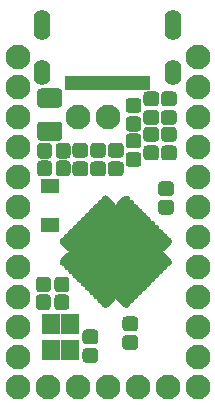
<source format=gts>
G04 #@! TF.GenerationSoftware,KiCad,Pcbnew,(5.1.6)-1*
G04 #@! TF.CreationDate,2020-10-17T23:14:51+08:00*
G04 #@! TF.ProjectId,Alvaro,416c7661-726f-42e6-9b69-6361645f7063,C*
G04 #@! TF.SameCoordinates,Original*
G04 #@! TF.FileFunction,Soldermask,Top*
G04 #@! TF.FilePolarity,Negative*
%FSLAX46Y46*%
G04 Gerber Fmt 4.6, Leading zero omitted, Abs format (unit mm)*
G04 Created by KiCad (PCBNEW (5.1.6)-1) date 2020-10-17 23:14:51*
%MOMM*%
%LPD*%
G01*
G04 APERTURE LIST*
%ADD10R,0.700000X1.200000*%
%ADD11C,1.400000*%
%ADD12R,0.940000X1.200000*%
%ADD13R,1.600000X1.300000*%
%ADD14C,2.100000*%
%ADD15C,0.100000*%
%ADD16R,1.600000X1.800000*%
G04 APERTURE END LIST*
G36*
G01*
X26875000Y-36393750D02*
X26875000Y-37106250D01*
G75*
G02*
X26556250Y-37425000I-318750J0D01*
G01*
X25918750Y-37425000D01*
G75*
G02*
X25600000Y-37106250I0J318750D01*
G01*
X25600000Y-36393750D01*
G75*
G02*
X25918750Y-36075000I318750J0D01*
G01*
X26556250Y-36075000D01*
G75*
G02*
X26875000Y-36393750I0J-318750D01*
G01*
G37*
G36*
G01*
X25300000Y-36393750D02*
X25300000Y-37106250D01*
G75*
G02*
X24981250Y-37425000I-318750J0D01*
G01*
X24343750Y-37425000D01*
G75*
G02*
X24025000Y-37106250I0J318750D01*
G01*
X24025000Y-36393750D01*
G75*
G02*
X24343750Y-36075000I318750J0D01*
G01*
X24981250Y-36075000D01*
G75*
G02*
X25300000Y-36393750I0J-318750D01*
G01*
G37*
G36*
G01*
X35556250Y-34500000D02*
X34843750Y-34500000D01*
G75*
G02*
X34525000Y-34181250I0J318750D01*
G01*
X34525000Y-33543750D01*
G75*
G02*
X34843750Y-33225000I318750J0D01*
G01*
X35556250Y-33225000D01*
G75*
G02*
X35875000Y-33543750I0J-318750D01*
G01*
X35875000Y-34181250D01*
G75*
G02*
X35556250Y-34500000I-318750J0D01*
G01*
G37*
G36*
G01*
X35556250Y-36075000D02*
X34843750Y-36075000D01*
G75*
G02*
X34525000Y-35756250I0J318750D01*
G01*
X34525000Y-35118750D01*
G75*
G02*
X34843750Y-34800000I318750J0D01*
G01*
X35556250Y-34800000D01*
G75*
G02*
X35875000Y-35118750I0J-318750D01*
G01*
X35875000Y-35756250D01*
G75*
G02*
X35556250Y-36075000I-318750J0D01*
G01*
G37*
G36*
G01*
X25845000Y-31625000D02*
X24355000Y-31625000D01*
G75*
G02*
X24025000Y-31295000I0J330000D01*
G01*
X24025000Y-30305000D01*
G75*
G02*
X24355000Y-29975000I330000J0D01*
G01*
X25845000Y-29975000D01*
G75*
G02*
X26175000Y-30305000I0J-330000D01*
G01*
X26175000Y-31295000D01*
G75*
G02*
X25845000Y-31625000I-330000J0D01*
G01*
G37*
G36*
G01*
X25845000Y-34425000D02*
X24355000Y-34425000D01*
G75*
G02*
X24025000Y-34095000I0J330000D01*
G01*
X24025000Y-33105000D01*
G75*
G02*
X24355000Y-32775000I330000J0D01*
G01*
X25845000Y-32775000D01*
G75*
G02*
X26175000Y-33105000I0J-330000D01*
G01*
X26175000Y-34095000D01*
G75*
G02*
X25845000Y-34425000I-330000J0D01*
G01*
G37*
D10*
X31758000Y-29500000D03*
X28750000Y-29500000D03*
D11*
X24424400Y-23973200D03*
X24424700Y-24252600D03*
X24424700Y-24557400D03*
X24424700Y-24900300D03*
X24424700Y-25192400D03*
X35575300Y-24570100D03*
X35575300Y-24265300D03*
X35575000Y-23985900D03*
X35575300Y-25205100D03*
X35575300Y-24913000D03*
X35575300Y-28735700D03*
X35575600Y-28219000D03*
X35575600Y-28981000D03*
X35575600Y-28481700D03*
X24425000Y-28481700D03*
X24425000Y-28981000D03*
X24425000Y-28219000D03*
X24424700Y-28735700D03*
D12*
X26800000Y-29500000D03*
X33200000Y-29500000D03*
X32400000Y-29500000D03*
X27600000Y-29500000D03*
D10*
X29250000Y-29500000D03*
X30750000Y-29500000D03*
X29750000Y-29500000D03*
X30250000Y-29500000D03*
X31250000Y-29500000D03*
X28250000Y-29500000D03*
D13*
X25100000Y-38200000D03*
X25100000Y-41500000D03*
D14*
X24920000Y-55240000D03*
X27460000Y-55240000D03*
X30000000Y-55240000D03*
X32540000Y-55240000D03*
X35080000Y-55240000D03*
X22380000Y-27300000D03*
X22380000Y-29840000D03*
X22380000Y-32380000D03*
X22380000Y-34920000D03*
X22380000Y-37460000D03*
X22380000Y-40000000D03*
X22380000Y-42540000D03*
X22380000Y-45080000D03*
X22380000Y-47620000D03*
X22380000Y-50160000D03*
X22380000Y-52700000D03*
X22380000Y-55240000D03*
X37620000Y-55240000D03*
X37620000Y-52700000D03*
X37620000Y-50160000D03*
X37620000Y-47620000D03*
X37620000Y-45080000D03*
X37620000Y-42540000D03*
X37620000Y-40000000D03*
X37620000Y-37460000D03*
X37620000Y-34920000D03*
X37620000Y-32380000D03*
X37620000Y-29840000D03*
X37620000Y-27300000D03*
X30000000Y-32380000D03*
X27460000Y-32380000D03*
D15*
G36*
X26740202Y-43800000D02*
G01*
X30700000Y-39840202D01*
X34659798Y-43800000D01*
X30700000Y-47759798D01*
X26740202Y-43800000D01*
G37*
G36*
G01*
X30770711Y-40193755D02*
X30770711Y-40193755D01*
G75*
G02*
X30770711Y-39698781I247487J247487D01*
G01*
X31336397Y-39133095D01*
G75*
G02*
X31831371Y-39133095I247487J-247487D01*
G01*
X31831371Y-39133095D01*
G75*
G02*
X31831371Y-39628069I-247487J-247487D01*
G01*
X31265685Y-40193755D01*
G75*
G02*
X30770711Y-40193755I-247487J247487D01*
G01*
G37*
G36*
G01*
X31124264Y-40547309D02*
X31124264Y-40547309D01*
G75*
G02*
X31124264Y-40052335I247487J247487D01*
G01*
X31689950Y-39486649D01*
G75*
G02*
X32184924Y-39486649I247487J-247487D01*
G01*
X32184924Y-39486649D01*
G75*
G02*
X32184924Y-39981623I-247487J-247487D01*
G01*
X31619238Y-40547309D01*
G75*
G02*
X31124264Y-40547309I-247487J247487D01*
G01*
G37*
G36*
G01*
X31477818Y-40900862D02*
X31477818Y-40900862D01*
G75*
G02*
X31477818Y-40405888I247487J247487D01*
G01*
X32043504Y-39840202D01*
G75*
G02*
X32538478Y-39840202I247487J-247487D01*
G01*
X32538478Y-39840202D01*
G75*
G02*
X32538478Y-40335176I-247487J-247487D01*
G01*
X31972792Y-40900862D01*
G75*
G02*
X31477818Y-40900862I-247487J247487D01*
G01*
G37*
G36*
G01*
X31831371Y-41254416D02*
X31831371Y-41254416D01*
G75*
G02*
X31831371Y-40759442I247487J247487D01*
G01*
X32397057Y-40193756D01*
G75*
G02*
X32892031Y-40193756I247487J-247487D01*
G01*
X32892031Y-40193756D01*
G75*
G02*
X32892031Y-40688730I-247487J-247487D01*
G01*
X32326345Y-41254416D01*
G75*
G02*
X31831371Y-41254416I-247487J247487D01*
G01*
G37*
G36*
G01*
X32184924Y-41607969D02*
X32184924Y-41607969D01*
G75*
G02*
X32184924Y-41112995I247487J247487D01*
G01*
X32750610Y-40547309D01*
G75*
G02*
X33245584Y-40547309I247487J-247487D01*
G01*
X33245584Y-40547309D01*
G75*
G02*
X33245584Y-41042283I-247487J-247487D01*
G01*
X32679898Y-41607969D01*
G75*
G02*
X32184924Y-41607969I-247487J247487D01*
G01*
G37*
G36*
G01*
X32538478Y-41961522D02*
X32538478Y-41961522D01*
G75*
G02*
X32538478Y-41466548I247487J247487D01*
G01*
X33104164Y-40900862D01*
G75*
G02*
X33599138Y-40900862I247487J-247487D01*
G01*
X33599138Y-40900862D01*
G75*
G02*
X33599138Y-41395836I-247487J-247487D01*
G01*
X33033452Y-41961522D01*
G75*
G02*
X32538478Y-41961522I-247487J247487D01*
G01*
G37*
G36*
G01*
X32892031Y-42315076D02*
X32892031Y-42315076D01*
G75*
G02*
X32892031Y-41820102I247487J247487D01*
G01*
X33457717Y-41254416D01*
G75*
G02*
X33952691Y-41254416I247487J-247487D01*
G01*
X33952691Y-41254416D01*
G75*
G02*
X33952691Y-41749390I-247487J-247487D01*
G01*
X33387005Y-42315076D01*
G75*
G02*
X32892031Y-42315076I-247487J247487D01*
G01*
G37*
G36*
G01*
X33245584Y-42668629D02*
X33245584Y-42668629D01*
G75*
G02*
X33245584Y-42173655I247487J247487D01*
G01*
X33811270Y-41607969D01*
G75*
G02*
X34306244Y-41607969I247487J-247487D01*
G01*
X34306244Y-41607969D01*
G75*
G02*
X34306244Y-42102943I-247487J-247487D01*
G01*
X33740558Y-42668629D01*
G75*
G02*
X33245584Y-42668629I-247487J247487D01*
G01*
G37*
G36*
G01*
X33599138Y-43022182D02*
X33599138Y-43022182D01*
G75*
G02*
X33599138Y-42527208I247487J247487D01*
G01*
X34164824Y-41961522D01*
G75*
G02*
X34659798Y-41961522I247487J-247487D01*
G01*
X34659798Y-41961522D01*
G75*
G02*
X34659798Y-42456496I-247487J-247487D01*
G01*
X34094112Y-43022182D01*
G75*
G02*
X33599138Y-43022182I-247487J247487D01*
G01*
G37*
G36*
G01*
X33952691Y-43375736D02*
X33952691Y-43375736D01*
G75*
G02*
X33952691Y-42880762I247487J247487D01*
G01*
X34518377Y-42315076D01*
G75*
G02*
X35013351Y-42315076I247487J-247487D01*
G01*
X35013351Y-42315076D01*
G75*
G02*
X35013351Y-42810050I-247487J-247487D01*
G01*
X34447665Y-43375736D01*
G75*
G02*
X33952691Y-43375736I-247487J247487D01*
G01*
G37*
G36*
G01*
X34306245Y-43729289D02*
X34306245Y-43729289D01*
G75*
G02*
X34306245Y-43234315I247487J247487D01*
G01*
X34871931Y-42668629D01*
G75*
G02*
X35366905Y-42668629I247487J-247487D01*
G01*
X35366905Y-42668629D01*
G75*
G02*
X35366905Y-43163603I-247487J-247487D01*
G01*
X34801219Y-43729289D01*
G75*
G02*
X34306245Y-43729289I-247487J247487D01*
G01*
G37*
G36*
G01*
X34306245Y-43870711D02*
X34306245Y-43870711D01*
G75*
G02*
X34801219Y-43870711I247487J-247487D01*
G01*
X35366905Y-44436397D01*
G75*
G02*
X35366905Y-44931371I-247487J-247487D01*
G01*
X35366905Y-44931371D01*
G75*
G02*
X34871931Y-44931371I-247487J247487D01*
G01*
X34306245Y-44365685D01*
G75*
G02*
X34306245Y-43870711I247487J247487D01*
G01*
G37*
G36*
G01*
X33952691Y-44224264D02*
X33952691Y-44224264D01*
G75*
G02*
X34447665Y-44224264I247487J-247487D01*
G01*
X35013351Y-44789950D01*
G75*
G02*
X35013351Y-45284924I-247487J-247487D01*
G01*
X35013351Y-45284924D01*
G75*
G02*
X34518377Y-45284924I-247487J247487D01*
G01*
X33952691Y-44719238D01*
G75*
G02*
X33952691Y-44224264I247487J247487D01*
G01*
G37*
G36*
G01*
X33599138Y-44577818D02*
X33599138Y-44577818D01*
G75*
G02*
X34094112Y-44577818I247487J-247487D01*
G01*
X34659798Y-45143504D01*
G75*
G02*
X34659798Y-45638478I-247487J-247487D01*
G01*
X34659798Y-45638478D01*
G75*
G02*
X34164824Y-45638478I-247487J247487D01*
G01*
X33599138Y-45072792D01*
G75*
G02*
X33599138Y-44577818I247487J247487D01*
G01*
G37*
G36*
G01*
X33245584Y-44931371D02*
X33245584Y-44931371D01*
G75*
G02*
X33740558Y-44931371I247487J-247487D01*
G01*
X34306244Y-45497057D01*
G75*
G02*
X34306244Y-45992031I-247487J-247487D01*
G01*
X34306244Y-45992031D01*
G75*
G02*
X33811270Y-45992031I-247487J247487D01*
G01*
X33245584Y-45426345D01*
G75*
G02*
X33245584Y-44931371I247487J247487D01*
G01*
G37*
G36*
G01*
X32892031Y-45284924D02*
X32892031Y-45284924D01*
G75*
G02*
X33387005Y-45284924I247487J-247487D01*
G01*
X33952691Y-45850610D01*
G75*
G02*
X33952691Y-46345584I-247487J-247487D01*
G01*
X33952691Y-46345584D01*
G75*
G02*
X33457717Y-46345584I-247487J247487D01*
G01*
X32892031Y-45779898D01*
G75*
G02*
X32892031Y-45284924I247487J247487D01*
G01*
G37*
G36*
G01*
X32538478Y-45638478D02*
X32538478Y-45638478D01*
G75*
G02*
X33033452Y-45638478I247487J-247487D01*
G01*
X33599138Y-46204164D01*
G75*
G02*
X33599138Y-46699138I-247487J-247487D01*
G01*
X33599138Y-46699138D01*
G75*
G02*
X33104164Y-46699138I-247487J247487D01*
G01*
X32538478Y-46133452D01*
G75*
G02*
X32538478Y-45638478I247487J247487D01*
G01*
G37*
G36*
G01*
X32184924Y-45992031D02*
X32184924Y-45992031D01*
G75*
G02*
X32679898Y-45992031I247487J-247487D01*
G01*
X33245584Y-46557717D01*
G75*
G02*
X33245584Y-47052691I-247487J-247487D01*
G01*
X33245584Y-47052691D01*
G75*
G02*
X32750610Y-47052691I-247487J247487D01*
G01*
X32184924Y-46487005D01*
G75*
G02*
X32184924Y-45992031I247487J247487D01*
G01*
G37*
G36*
G01*
X31831371Y-46345584D02*
X31831371Y-46345584D01*
G75*
G02*
X32326345Y-46345584I247487J-247487D01*
G01*
X32892031Y-46911270D01*
G75*
G02*
X32892031Y-47406244I-247487J-247487D01*
G01*
X32892031Y-47406244D01*
G75*
G02*
X32397057Y-47406244I-247487J247487D01*
G01*
X31831371Y-46840558D01*
G75*
G02*
X31831371Y-46345584I247487J247487D01*
G01*
G37*
G36*
G01*
X31477818Y-46699138D02*
X31477818Y-46699138D01*
G75*
G02*
X31972792Y-46699138I247487J-247487D01*
G01*
X32538478Y-47264824D01*
G75*
G02*
X32538478Y-47759798I-247487J-247487D01*
G01*
X32538478Y-47759798D01*
G75*
G02*
X32043504Y-47759798I-247487J247487D01*
G01*
X31477818Y-47194112D01*
G75*
G02*
X31477818Y-46699138I247487J247487D01*
G01*
G37*
G36*
G01*
X31124264Y-47052691D02*
X31124264Y-47052691D01*
G75*
G02*
X31619238Y-47052691I247487J-247487D01*
G01*
X32184924Y-47618377D01*
G75*
G02*
X32184924Y-48113351I-247487J-247487D01*
G01*
X32184924Y-48113351D01*
G75*
G02*
X31689950Y-48113351I-247487J247487D01*
G01*
X31124264Y-47547665D01*
G75*
G02*
X31124264Y-47052691I247487J247487D01*
G01*
G37*
G36*
G01*
X30770711Y-47406245D02*
X30770711Y-47406245D01*
G75*
G02*
X31265685Y-47406245I247487J-247487D01*
G01*
X31831371Y-47971931D01*
G75*
G02*
X31831371Y-48466905I-247487J-247487D01*
G01*
X31831371Y-48466905D01*
G75*
G02*
X31336397Y-48466905I-247487J247487D01*
G01*
X30770711Y-47901219D01*
G75*
G02*
X30770711Y-47406245I247487J247487D01*
G01*
G37*
G36*
G01*
X29568629Y-48466905D02*
X29568629Y-48466905D01*
G75*
G02*
X29568629Y-47971931I247487J247487D01*
G01*
X30134315Y-47406245D01*
G75*
G02*
X30629289Y-47406245I247487J-247487D01*
G01*
X30629289Y-47406245D01*
G75*
G02*
X30629289Y-47901219I-247487J-247487D01*
G01*
X30063603Y-48466905D01*
G75*
G02*
X29568629Y-48466905I-247487J247487D01*
G01*
G37*
G36*
G01*
X29215076Y-48113351D02*
X29215076Y-48113351D01*
G75*
G02*
X29215076Y-47618377I247487J247487D01*
G01*
X29780762Y-47052691D01*
G75*
G02*
X30275736Y-47052691I247487J-247487D01*
G01*
X30275736Y-47052691D01*
G75*
G02*
X30275736Y-47547665I-247487J-247487D01*
G01*
X29710050Y-48113351D01*
G75*
G02*
X29215076Y-48113351I-247487J247487D01*
G01*
G37*
G36*
G01*
X28861522Y-47759798D02*
X28861522Y-47759798D01*
G75*
G02*
X28861522Y-47264824I247487J247487D01*
G01*
X29427208Y-46699138D01*
G75*
G02*
X29922182Y-46699138I247487J-247487D01*
G01*
X29922182Y-46699138D01*
G75*
G02*
X29922182Y-47194112I-247487J-247487D01*
G01*
X29356496Y-47759798D01*
G75*
G02*
X28861522Y-47759798I-247487J247487D01*
G01*
G37*
G36*
G01*
X28507969Y-47406244D02*
X28507969Y-47406244D01*
G75*
G02*
X28507969Y-46911270I247487J247487D01*
G01*
X29073655Y-46345584D01*
G75*
G02*
X29568629Y-46345584I247487J-247487D01*
G01*
X29568629Y-46345584D01*
G75*
G02*
X29568629Y-46840558I-247487J-247487D01*
G01*
X29002943Y-47406244D01*
G75*
G02*
X28507969Y-47406244I-247487J247487D01*
G01*
G37*
G36*
G01*
X28154416Y-47052691D02*
X28154416Y-47052691D01*
G75*
G02*
X28154416Y-46557717I247487J247487D01*
G01*
X28720102Y-45992031D01*
G75*
G02*
X29215076Y-45992031I247487J-247487D01*
G01*
X29215076Y-45992031D01*
G75*
G02*
X29215076Y-46487005I-247487J-247487D01*
G01*
X28649390Y-47052691D01*
G75*
G02*
X28154416Y-47052691I-247487J247487D01*
G01*
G37*
G36*
G01*
X27800862Y-46699138D02*
X27800862Y-46699138D01*
G75*
G02*
X27800862Y-46204164I247487J247487D01*
G01*
X28366548Y-45638478D01*
G75*
G02*
X28861522Y-45638478I247487J-247487D01*
G01*
X28861522Y-45638478D01*
G75*
G02*
X28861522Y-46133452I-247487J-247487D01*
G01*
X28295836Y-46699138D01*
G75*
G02*
X27800862Y-46699138I-247487J247487D01*
G01*
G37*
G36*
G01*
X27447309Y-46345584D02*
X27447309Y-46345584D01*
G75*
G02*
X27447309Y-45850610I247487J247487D01*
G01*
X28012995Y-45284924D01*
G75*
G02*
X28507969Y-45284924I247487J-247487D01*
G01*
X28507969Y-45284924D01*
G75*
G02*
X28507969Y-45779898I-247487J-247487D01*
G01*
X27942283Y-46345584D01*
G75*
G02*
X27447309Y-46345584I-247487J247487D01*
G01*
G37*
G36*
G01*
X27093756Y-45992031D02*
X27093756Y-45992031D01*
G75*
G02*
X27093756Y-45497057I247487J247487D01*
G01*
X27659442Y-44931371D01*
G75*
G02*
X28154416Y-44931371I247487J-247487D01*
G01*
X28154416Y-44931371D01*
G75*
G02*
X28154416Y-45426345I-247487J-247487D01*
G01*
X27588730Y-45992031D01*
G75*
G02*
X27093756Y-45992031I-247487J247487D01*
G01*
G37*
G36*
G01*
X26740202Y-45638478D02*
X26740202Y-45638478D01*
G75*
G02*
X26740202Y-45143504I247487J247487D01*
G01*
X27305888Y-44577818D01*
G75*
G02*
X27800862Y-44577818I247487J-247487D01*
G01*
X27800862Y-44577818D01*
G75*
G02*
X27800862Y-45072792I-247487J-247487D01*
G01*
X27235176Y-45638478D01*
G75*
G02*
X26740202Y-45638478I-247487J247487D01*
G01*
G37*
G36*
G01*
X26386649Y-45284924D02*
X26386649Y-45284924D01*
G75*
G02*
X26386649Y-44789950I247487J247487D01*
G01*
X26952335Y-44224264D01*
G75*
G02*
X27447309Y-44224264I247487J-247487D01*
G01*
X27447309Y-44224264D01*
G75*
G02*
X27447309Y-44719238I-247487J-247487D01*
G01*
X26881623Y-45284924D01*
G75*
G02*
X26386649Y-45284924I-247487J247487D01*
G01*
G37*
G36*
G01*
X26033095Y-44931371D02*
X26033095Y-44931371D01*
G75*
G02*
X26033095Y-44436397I247487J247487D01*
G01*
X26598781Y-43870711D01*
G75*
G02*
X27093755Y-43870711I247487J-247487D01*
G01*
X27093755Y-43870711D01*
G75*
G02*
X27093755Y-44365685I-247487J-247487D01*
G01*
X26528069Y-44931371D01*
G75*
G02*
X26033095Y-44931371I-247487J247487D01*
G01*
G37*
G36*
G01*
X26033095Y-42668629D02*
X26033095Y-42668629D01*
G75*
G02*
X26528069Y-42668629I247487J-247487D01*
G01*
X27093755Y-43234315D01*
G75*
G02*
X27093755Y-43729289I-247487J-247487D01*
G01*
X27093755Y-43729289D01*
G75*
G02*
X26598781Y-43729289I-247487J247487D01*
G01*
X26033095Y-43163603D01*
G75*
G02*
X26033095Y-42668629I247487J247487D01*
G01*
G37*
G36*
G01*
X26386649Y-42315076D02*
X26386649Y-42315076D01*
G75*
G02*
X26881623Y-42315076I247487J-247487D01*
G01*
X27447309Y-42880762D01*
G75*
G02*
X27447309Y-43375736I-247487J-247487D01*
G01*
X27447309Y-43375736D01*
G75*
G02*
X26952335Y-43375736I-247487J247487D01*
G01*
X26386649Y-42810050D01*
G75*
G02*
X26386649Y-42315076I247487J247487D01*
G01*
G37*
G36*
G01*
X26740202Y-41961522D02*
X26740202Y-41961522D01*
G75*
G02*
X27235176Y-41961522I247487J-247487D01*
G01*
X27800862Y-42527208D01*
G75*
G02*
X27800862Y-43022182I-247487J-247487D01*
G01*
X27800862Y-43022182D01*
G75*
G02*
X27305888Y-43022182I-247487J247487D01*
G01*
X26740202Y-42456496D01*
G75*
G02*
X26740202Y-41961522I247487J247487D01*
G01*
G37*
G36*
G01*
X27093756Y-41607969D02*
X27093756Y-41607969D01*
G75*
G02*
X27588730Y-41607969I247487J-247487D01*
G01*
X28154416Y-42173655D01*
G75*
G02*
X28154416Y-42668629I-247487J-247487D01*
G01*
X28154416Y-42668629D01*
G75*
G02*
X27659442Y-42668629I-247487J247487D01*
G01*
X27093756Y-42102943D01*
G75*
G02*
X27093756Y-41607969I247487J247487D01*
G01*
G37*
G36*
G01*
X27447309Y-41254416D02*
X27447309Y-41254416D01*
G75*
G02*
X27942283Y-41254416I247487J-247487D01*
G01*
X28507969Y-41820102D01*
G75*
G02*
X28507969Y-42315076I-247487J-247487D01*
G01*
X28507969Y-42315076D01*
G75*
G02*
X28012995Y-42315076I-247487J247487D01*
G01*
X27447309Y-41749390D01*
G75*
G02*
X27447309Y-41254416I247487J247487D01*
G01*
G37*
G36*
G01*
X27800862Y-40900862D02*
X27800862Y-40900862D01*
G75*
G02*
X28295836Y-40900862I247487J-247487D01*
G01*
X28861522Y-41466548D01*
G75*
G02*
X28861522Y-41961522I-247487J-247487D01*
G01*
X28861522Y-41961522D01*
G75*
G02*
X28366548Y-41961522I-247487J247487D01*
G01*
X27800862Y-41395836D01*
G75*
G02*
X27800862Y-40900862I247487J247487D01*
G01*
G37*
G36*
G01*
X28154416Y-40547309D02*
X28154416Y-40547309D01*
G75*
G02*
X28649390Y-40547309I247487J-247487D01*
G01*
X29215076Y-41112995D01*
G75*
G02*
X29215076Y-41607969I-247487J-247487D01*
G01*
X29215076Y-41607969D01*
G75*
G02*
X28720102Y-41607969I-247487J247487D01*
G01*
X28154416Y-41042283D01*
G75*
G02*
X28154416Y-40547309I247487J247487D01*
G01*
G37*
G36*
G01*
X28507969Y-40193756D02*
X28507969Y-40193756D01*
G75*
G02*
X29002943Y-40193756I247487J-247487D01*
G01*
X29568629Y-40759442D01*
G75*
G02*
X29568629Y-41254416I-247487J-247487D01*
G01*
X29568629Y-41254416D01*
G75*
G02*
X29073655Y-41254416I-247487J247487D01*
G01*
X28507969Y-40688730D01*
G75*
G02*
X28507969Y-40193756I247487J247487D01*
G01*
G37*
G36*
G01*
X28861522Y-39840202D02*
X28861522Y-39840202D01*
G75*
G02*
X29356496Y-39840202I247487J-247487D01*
G01*
X29922182Y-40405888D01*
G75*
G02*
X29922182Y-40900862I-247487J-247487D01*
G01*
X29922182Y-40900862D01*
G75*
G02*
X29427208Y-40900862I-247487J247487D01*
G01*
X28861522Y-40335176D01*
G75*
G02*
X28861522Y-39840202I247487J247487D01*
G01*
G37*
G36*
G01*
X29215076Y-39486649D02*
X29215076Y-39486649D01*
G75*
G02*
X29710050Y-39486649I247487J-247487D01*
G01*
X30275736Y-40052335D01*
G75*
G02*
X30275736Y-40547309I-247487J-247487D01*
G01*
X30275736Y-40547309D01*
G75*
G02*
X29780762Y-40547309I-247487J247487D01*
G01*
X29215076Y-39981623D01*
G75*
G02*
X29215076Y-39486649I247487J247487D01*
G01*
G37*
G36*
G01*
X29568629Y-39133095D02*
X29568629Y-39133095D01*
G75*
G02*
X30063603Y-39133095I247487J-247487D01*
G01*
X30629289Y-39698781D01*
G75*
G02*
X30629289Y-40193755I-247487J-247487D01*
G01*
X30629289Y-40193755D01*
G75*
G02*
X30134315Y-40193755I-247487J247487D01*
G01*
X29568629Y-39628069D01*
G75*
G02*
X29568629Y-39133095I247487J247487D01*
G01*
G37*
G36*
G01*
X24025000Y-35606250D02*
X24025000Y-34893750D01*
G75*
G02*
X24343750Y-34575000I318750J0D01*
G01*
X24981250Y-34575000D01*
G75*
G02*
X25300000Y-34893750I0J-318750D01*
G01*
X25300000Y-35606250D01*
G75*
G02*
X24981250Y-35925000I-318750J0D01*
G01*
X24343750Y-35925000D01*
G75*
G02*
X24025000Y-35606250I0J318750D01*
G01*
G37*
G36*
G01*
X25600000Y-35606250D02*
X25600000Y-34893750D01*
G75*
G02*
X25918750Y-34575000I318750J0D01*
G01*
X26556250Y-34575000D01*
G75*
G02*
X26875000Y-34893750I0J-318750D01*
G01*
X26875000Y-35606250D01*
G75*
G02*
X26556250Y-35925000I-318750J0D01*
G01*
X25918750Y-35925000D01*
G75*
G02*
X25600000Y-35606250I0J318750D01*
G01*
G37*
G36*
G01*
X31056250Y-35850000D02*
X30343750Y-35850000D01*
G75*
G02*
X30025000Y-35531250I0J318750D01*
G01*
X30025000Y-34893750D01*
G75*
G02*
X30343750Y-34575000I318750J0D01*
G01*
X31056250Y-34575000D01*
G75*
G02*
X31375000Y-34893750I0J-318750D01*
G01*
X31375000Y-35531250D01*
G75*
G02*
X31056250Y-35850000I-318750J0D01*
G01*
G37*
G36*
G01*
X31056250Y-37425000D02*
X30343750Y-37425000D01*
G75*
G02*
X30025000Y-37106250I0J318750D01*
G01*
X30025000Y-36468750D01*
G75*
G02*
X30343750Y-36150000I318750J0D01*
G01*
X31056250Y-36150000D01*
G75*
G02*
X31375000Y-36468750I0J-318750D01*
G01*
X31375000Y-37106250D01*
G75*
G02*
X31056250Y-37425000I-318750J0D01*
G01*
G37*
G36*
G01*
X29556250Y-35850000D02*
X28843750Y-35850000D01*
G75*
G02*
X28525000Y-35531250I0J318750D01*
G01*
X28525000Y-34893750D01*
G75*
G02*
X28843750Y-34575000I318750J0D01*
G01*
X29556250Y-34575000D01*
G75*
G02*
X29875000Y-34893750I0J-318750D01*
G01*
X29875000Y-35531250D01*
G75*
G02*
X29556250Y-35850000I-318750J0D01*
G01*
G37*
G36*
G01*
X29556250Y-37425000D02*
X28843750Y-37425000D01*
G75*
G02*
X28525000Y-37106250I0J318750D01*
G01*
X28525000Y-36468750D01*
G75*
G02*
X28843750Y-36150000I318750J0D01*
G01*
X29556250Y-36150000D01*
G75*
G02*
X29875000Y-36468750I0J-318750D01*
G01*
X29875000Y-37106250D01*
G75*
G02*
X29556250Y-37425000I-318750J0D01*
G01*
G37*
G36*
G01*
X34843750Y-30225000D02*
X35556250Y-30225000D01*
G75*
G02*
X35875000Y-30543750I0J-318750D01*
G01*
X35875000Y-31181250D01*
G75*
G02*
X35556250Y-31500000I-318750J0D01*
G01*
X34843750Y-31500000D01*
G75*
G02*
X34525000Y-31181250I0J318750D01*
G01*
X34525000Y-30543750D01*
G75*
G02*
X34843750Y-30225000I318750J0D01*
G01*
G37*
G36*
G01*
X34843750Y-31800000D02*
X35556250Y-31800000D01*
G75*
G02*
X35875000Y-32118750I0J-318750D01*
G01*
X35875000Y-32756250D01*
G75*
G02*
X35556250Y-33075000I-318750J0D01*
G01*
X34843750Y-33075000D01*
G75*
G02*
X34525000Y-32756250I0J318750D01*
G01*
X34525000Y-32118750D01*
G75*
G02*
X34843750Y-31800000I318750J0D01*
G01*
G37*
G36*
G01*
X34056250Y-33075000D02*
X33343750Y-33075000D01*
G75*
G02*
X33025000Y-32756250I0J318750D01*
G01*
X33025000Y-32118750D01*
G75*
G02*
X33343750Y-31800000I318750J0D01*
G01*
X34056250Y-31800000D01*
G75*
G02*
X34375000Y-32118750I0J-318750D01*
G01*
X34375000Y-32756250D01*
G75*
G02*
X34056250Y-33075000I-318750J0D01*
G01*
G37*
G36*
G01*
X34056250Y-31500000D02*
X33343750Y-31500000D01*
G75*
G02*
X33025000Y-31181250I0J318750D01*
G01*
X33025000Y-30543750D01*
G75*
G02*
X33343750Y-30225000I318750J0D01*
G01*
X34056250Y-30225000D01*
G75*
G02*
X34375000Y-30543750I0J-318750D01*
G01*
X34375000Y-31181250D01*
G75*
G02*
X34056250Y-31500000I-318750J0D01*
G01*
G37*
G36*
G01*
X32556250Y-32050000D02*
X31843750Y-32050000D01*
G75*
G02*
X31525000Y-31731250I0J318750D01*
G01*
X31525000Y-31093750D01*
G75*
G02*
X31843750Y-30775000I318750J0D01*
G01*
X32556250Y-30775000D01*
G75*
G02*
X32875000Y-31093750I0J-318750D01*
G01*
X32875000Y-31731250D01*
G75*
G02*
X32556250Y-32050000I-318750J0D01*
G01*
G37*
G36*
G01*
X32556250Y-33625000D02*
X31843750Y-33625000D01*
G75*
G02*
X31525000Y-33306250I0J318750D01*
G01*
X31525000Y-32668750D01*
G75*
G02*
X31843750Y-32350000I318750J0D01*
G01*
X32556250Y-32350000D01*
G75*
G02*
X32875000Y-32668750I0J-318750D01*
G01*
X32875000Y-33306250D01*
G75*
G02*
X32556250Y-33625000I-318750J0D01*
G01*
G37*
G36*
G01*
X28056250Y-35850000D02*
X27343750Y-35850000D01*
G75*
G02*
X27025000Y-35531250I0J318750D01*
G01*
X27025000Y-34893750D01*
G75*
G02*
X27343750Y-34575000I318750J0D01*
G01*
X28056250Y-34575000D01*
G75*
G02*
X28375000Y-34893750I0J-318750D01*
G01*
X28375000Y-35531250D01*
G75*
G02*
X28056250Y-35850000I-318750J0D01*
G01*
G37*
G36*
G01*
X28056250Y-37425000D02*
X27343750Y-37425000D01*
G75*
G02*
X27025000Y-37106250I0J318750D01*
G01*
X27025000Y-36468750D01*
G75*
G02*
X27343750Y-36150000I318750J0D01*
G01*
X28056250Y-36150000D01*
G75*
G02*
X28375000Y-36468750I0J-318750D01*
G01*
X28375000Y-37106250D01*
G75*
G02*
X28056250Y-37425000I-318750J0D01*
G01*
G37*
G36*
G01*
X25500000Y-48431250D02*
X25500000Y-47718750D01*
G75*
G02*
X25818750Y-47400000I318750J0D01*
G01*
X26456250Y-47400000D01*
G75*
G02*
X26775000Y-47718750I0J-318750D01*
G01*
X26775000Y-48431250D01*
G75*
G02*
X26456250Y-48750000I-318750J0D01*
G01*
X25818750Y-48750000D01*
G75*
G02*
X25500000Y-48431250I0J318750D01*
G01*
G37*
G36*
G01*
X23925000Y-48431250D02*
X23925000Y-47718750D01*
G75*
G02*
X24243750Y-47400000I318750J0D01*
G01*
X24881250Y-47400000D01*
G75*
G02*
X25200000Y-47718750I0J-318750D01*
G01*
X25200000Y-48431250D01*
G75*
G02*
X24881250Y-48750000I-318750J0D01*
G01*
X24243750Y-48750000D01*
G75*
G02*
X23925000Y-48431250I0J318750D01*
G01*
G37*
G36*
G01*
X28906250Y-53225000D02*
X28193750Y-53225000D01*
G75*
G02*
X27875000Y-52906250I0J318750D01*
G01*
X27875000Y-52268750D01*
G75*
G02*
X28193750Y-51950000I318750J0D01*
G01*
X28906250Y-51950000D01*
G75*
G02*
X29225000Y-52268750I0J-318750D01*
G01*
X29225000Y-52906250D01*
G75*
G02*
X28906250Y-53225000I-318750J0D01*
G01*
G37*
G36*
G01*
X28906250Y-51650000D02*
X28193750Y-51650000D01*
G75*
G02*
X27875000Y-51331250I0J318750D01*
G01*
X27875000Y-50693750D01*
G75*
G02*
X28193750Y-50375000I318750J0D01*
G01*
X28906250Y-50375000D01*
G75*
G02*
X29225000Y-50693750I0J-318750D01*
G01*
X29225000Y-51331250D01*
G75*
G02*
X28906250Y-51650000I-318750J0D01*
G01*
G37*
G36*
G01*
X32556250Y-35050000D02*
X31843750Y-35050000D01*
G75*
G02*
X31525000Y-34731250I0J318750D01*
G01*
X31525000Y-34093750D01*
G75*
G02*
X31843750Y-33775000I318750J0D01*
G01*
X32556250Y-33775000D01*
G75*
G02*
X32875000Y-34093750I0J-318750D01*
G01*
X32875000Y-34731250D01*
G75*
G02*
X32556250Y-35050000I-318750J0D01*
G01*
G37*
G36*
G01*
X32556250Y-36625000D02*
X31843750Y-36625000D01*
G75*
G02*
X31525000Y-36306250I0J318750D01*
G01*
X31525000Y-35668750D01*
G75*
G02*
X31843750Y-35350000I318750J0D01*
G01*
X32556250Y-35350000D01*
G75*
G02*
X32875000Y-35668750I0J-318750D01*
G01*
X32875000Y-36306250D01*
G75*
G02*
X32556250Y-36625000I-318750J0D01*
G01*
G37*
G36*
G01*
X34056250Y-34500000D02*
X33343750Y-34500000D01*
G75*
G02*
X33025000Y-34181250I0J318750D01*
G01*
X33025000Y-33543750D01*
G75*
G02*
X33343750Y-33225000I318750J0D01*
G01*
X34056250Y-33225000D01*
G75*
G02*
X34375000Y-33543750I0J-318750D01*
G01*
X34375000Y-34181250D01*
G75*
G02*
X34056250Y-34500000I-318750J0D01*
G01*
G37*
G36*
G01*
X34056250Y-36075000D02*
X33343750Y-36075000D01*
G75*
G02*
X33025000Y-35756250I0J318750D01*
G01*
X33025000Y-35118750D01*
G75*
G02*
X33343750Y-34800000I318750J0D01*
G01*
X34056250Y-34800000D01*
G75*
G02*
X34375000Y-35118750I0J-318750D01*
G01*
X34375000Y-35756250D01*
G75*
G02*
X34056250Y-36075000I-318750J0D01*
G01*
G37*
G36*
G01*
X34593750Y-37825000D02*
X35306250Y-37825000D01*
G75*
G02*
X35625000Y-38143750I0J-318750D01*
G01*
X35625000Y-38781250D01*
G75*
G02*
X35306250Y-39100000I-318750J0D01*
G01*
X34593750Y-39100000D01*
G75*
G02*
X34275000Y-38781250I0J318750D01*
G01*
X34275000Y-38143750D01*
G75*
G02*
X34593750Y-37825000I318750J0D01*
G01*
G37*
G36*
G01*
X34593750Y-39400000D02*
X35306250Y-39400000D01*
G75*
G02*
X35625000Y-39718750I0J-318750D01*
G01*
X35625000Y-40356250D01*
G75*
G02*
X35306250Y-40675000I-318750J0D01*
G01*
X34593750Y-40675000D01*
G75*
G02*
X34275000Y-40356250I0J318750D01*
G01*
X34275000Y-39718750D01*
G75*
G02*
X34593750Y-39400000I318750J0D01*
G01*
G37*
G36*
G01*
X31568750Y-49275000D02*
X32281250Y-49275000D01*
G75*
G02*
X32600000Y-49593750I0J-318750D01*
G01*
X32600000Y-50231250D01*
G75*
G02*
X32281250Y-50550000I-318750J0D01*
G01*
X31568750Y-50550000D01*
G75*
G02*
X31250000Y-50231250I0J318750D01*
G01*
X31250000Y-49593750D01*
G75*
G02*
X31568750Y-49275000I318750J0D01*
G01*
G37*
G36*
G01*
X31568750Y-50850000D02*
X32281250Y-50850000D01*
G75*
G02*
X32600000Y-51168750I0J-318750D01*
G01*
X32600000Y-51806250D01*
G75*
G02*
X32281250Y-52125000I-318750J0D01*
G01*
X31568750Y-52125000D01*
G75*
G02*
X31250000Y-51806250I0J318750D01*
G01*
X31250000Y-51168750D01*
G75*
G02*
X31568750Y-50850000I318750J0D01*
G01*
G37*
G36*
G01*
X26775000Y-46218750D02*
X26775000Y-46931250D01*
G75*
G02*
X26456250Y-47250000I-318750J0D01*
G01*
X25818750Y-47250000D01*
G75*
G02*
X25500000Y-46931250I0J318750D01*
G01*
X25500000Y-46218750D01*
G75*
G02*
X25818750Y-45900000I318750J0D01*
G01*
X26456250Y-45900000D01*
G75*
G02*
X26775000Y-46218750I0J-318750D01*
G01*
G37*
G36*
G01*
X25200000Y-46218750D02*
X25200000Y-46931250D01*
G75*
G02*
X24881250Y-47250000I-318750J0D01*
G01*
X24243750Y-47250000D01*
G75*
G02*
X23925000Y-46931250I0J318750D01*
G01*
X23925000Y-46218750D01*
G75*
G02*
X24243750Y-45900000I318750J0D01*
G01*
X24881250Y-45900000D01*
G75*
G02*
X25200000Y-46218750I0J-318750D01*
G01*
G37*
D16*
X25250000Y-52100000D03*
X25250000Y-49900000D03*
X26850000Y-49900000D03*
X26850000Y-52100000D03*
M02*

</source>
